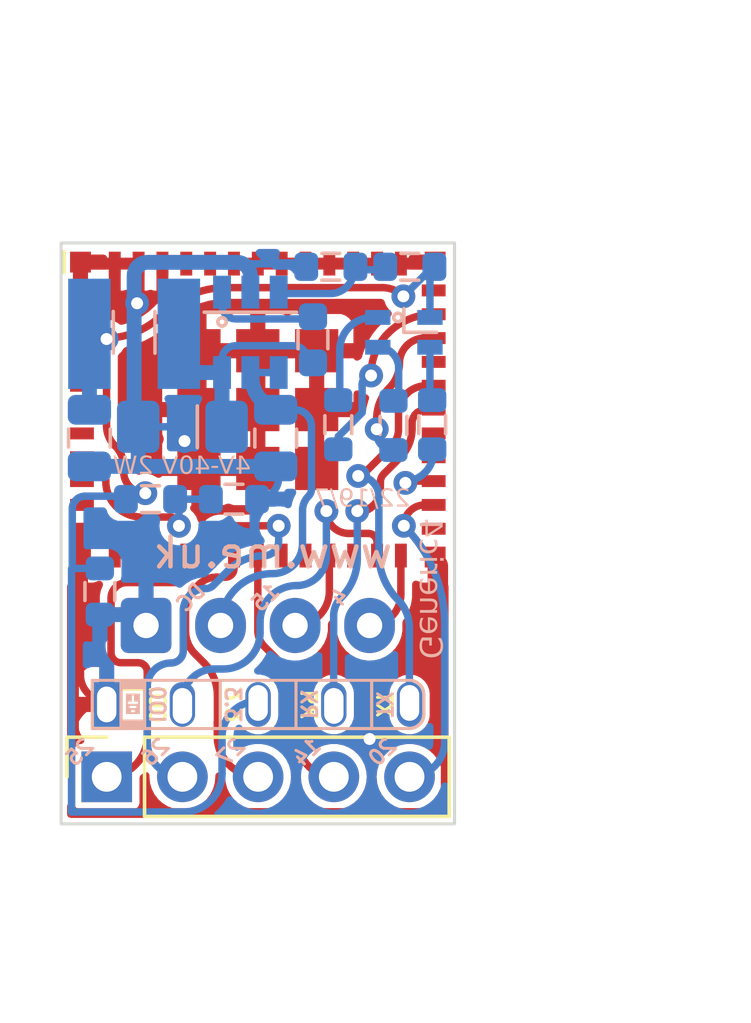
<source format=kicad_pcb>
(kicad_pcb (version 20221018) (generator pcbnew)
  (title_block (title "Generic ESP32-PICO-MINI Module") (rev "1") (company "Adrian Kennard, Andrews & Arnold Ltd"))
  (layers (0 "F.Cu" signal) (31 "B.Cu" signal) (34 "B.Paste" user) (35 "F.Paste" user) (36 "B.SilkS" user "B.Silkscreen") (37 "F.SilkS" user "F.Silkscreen") (38 "B.Mask" user) (39 "F.Mask" user) (44 "Edge.Cuts" user))
  (net 0 "")
  (net 1 "GND")
  (net 2 "TX")
  (net 3 "RX")
  (net 4 "Net-(D1-RK)")
  (net 5 "Net-(D1-GK)")
  (net 6 "Net-(D1-BK)")
  (net 7 "Net-(U3-FB)")
  (net 8 "DC")
  (net 11 "EN")
  (net 14 "IO4")
  (net 17 "IO3")
  (net 18 "IO2")
  (net 20 "IO1")
  (net 25 "GPIO0")
  (net 26 "IO5")
  (net 27 "IO6")
  (net 28 "IO7")
  (net 30 "R")
  (net 31 "G")
  (net 32 "B")
  (net 37 "+3.3V")
  (footprint "RevK:ESP32-PICO-MINI-02" (layer "F.Cu") (at 100 44.19325)
    (fp_text reference "U1" hide)
    (fp_text value "ESP32-PICO-MINI-02")
    (fp_line (start -6.5 -5.3) (end -6.5 -4.6) (stroke (width 0.12)) (layer "F.SilkS"))
    (pad "1" smd rect (at -5.9 -4) (size 0.8 0.4) (layers "F.Cu" "F.Paste" "F.Mask") (net 1 "GND"))
    (pad "2" smd rect (at -5.9 -3.2) (size 0.8 0.4) (layers "F.Cu" "F.Paste" "F.Mask") (net 1 "GND"))
    (pad "3" smd rect (at -5.9 -2.4) (size 0.8 0.4) (layers "F.Cu" "F.Paste" "F.Mask") (net 37 "+3.3V"))
    (pad "4" smd rect (at -5.9 -1.6) (size 0.8 0.4) (layers "F.Cu" "F.Paste" "F.Mask"))
    (pad "5" smd rect (at -5.9 -0.8) (size 0.8 0.4) (layers "F.Cu" "F.Paste" "F.Mask"))
    (pad "6" smd rect (at -5.9 0) (size 0.8 0.4) (layers "F.Cu" "F.Paste" "F.Mask"))
    (pad "7" smd rect (at -5.9 0.8) (size 0.8 0.4) (layers "F.Cu" "F.Paste" "F.Mask"))
    (pad "8" smd rect (at -5.9 1.6) (size 0.8 0.4) (layers "F.Cu" "F.Paste" "F.Mask") (net 11 "EN"))
    (pad "9" smd rect (at -5.9 2.4) (size 0.8 0.4) (layers "F.Cu" "F.Paste" "F.Mask"))
    (pad "10" smd rect (at -5.9 3.2) (size 0.8 0.4) (layers "F.Cu" "F.Paste" "F.Mask"))
    (pad "11" smd rect (at -5.9 4) (size 0.8 0.4) (layers "F.Cu" "F.Paste" "F.Mask") (net 1 "GND"))
    (pad "12" smd rect (at -4.8 4.9) (size 0.4 0.8) (layers "F.Cu" "F.Paste" "F.Mask"))
    (pad "13" smd rect (at -4 4.9) (size 0.4 0.8) (layers "F.Cu" "F.Paste" "F.Mask"))
    (pad "14" smd rect (at -3.2 4.9) (size 0.4 0.8) (layers "F.Cu" "F.Paste" "F.Mask") (net 1 "GND"))
    (pad "15" smd rect (at -2.4 4.9) (size 0.4 0.8) (layers "F.Cu" "F.Paste" "F.Mask") (net 20 "IO1"))
    (pad "16" smd rect (at -1.6 4.9) (size 0.4 0.8) (layers "F.Cu" "F.Paste" "F.Mask") (net 18 "IO2"))
    (pad "17" smd rect (at -0.8 4.9) (size 0.4 0.8) (layers "F.Cu" "F.Paste" "F.Mask") (net 17 "IO3"))
    (pad "18" smd rect (at 0 4.9) (size 0.4 0.8) (layers "F.Cu" "F.Paste" "F.Mask") (net 14 "IO4"))
    (pad "19" smd rect (at 0.8 4.9) (size 0.4 0.8) (layers "F.Cu" "F.Paste" "F.Mask"))
    (pad "20" smd rect (at 1.6 4.9) (size 0.4 0.8) (layers "F.Cu" "F.Paste" "F.Mask"))
    (pad "21" smd rect (at 2.4 4.9) (size 0.4 0.8) (layers "F.Cu" "F.Paste" "F.Mask") (net 27 "IO6"))
    (pad "22" smd rect (at 3.2 4.9) (size 0.4 0.8) (layers "F.Cu" "F.Paste" "F.Mask"))
    (pad "23" smd rect (at 4 4.9) (size 0.4 0.8) (layers "F.Cu" "F.Paste" "F.Mask") (net 25 "GPIO0"))
    (pad "24" smd rect (at 4.8 4.9) (size 0.4 0.8) (layers "F.Cu" "F.Paste" "F.Mask") (net 28 "IO7"))
    (pad "25" smd rect (at 5.9 4) (size 0.8 0.4) (layers "F.Cu" "F.Paste" "F.Mask"))
    (pad "26" smd rect (at 5.9 3.2) (size 0.8 0.4) (layers "F.Cu" "F.Paste" "F.Mask") (net 26 "IO5"))
    (pad "27" smd rect (at 5.9 2.4) (size 0.8 0.4) (layers "F.Cu" "F.Paste" "F.Mask") (net 32 "B"))
    (pad "28" smd rect (at 5.9 1.6) (size 0.8 0.4) (layers "F.Cu" "F.Paste" "F.Mask"))
    (pad "29" smd rect (at 5.9 0.8) (size 0.8 0.4) (layers "F.Cu" "F.Paste" "F.Mask"))
    (pad "30" smd rect (at 5.9 0) (size 0.8 0.4) (layers "F.Cu" "F.Paste" "F.Mask") (net 3 "RX"))
    (pad "31" smd rect (at 5.9 -0.8) (size 0.8 0.4) (layers "F.Cu" "F.Paste" "F.Mask") (net 2 "TX"))
    (pad "32" smd rect (at 5.9 -1.6) (size 0.8 0.4) (layers "F.Cu" "F.Paste" "F.Mask"))
    (pad "33" smd rect (at 5.9 -2.4) (size 0.8 0.4) (layers "F.Cu" "F.Paste" "F.Mask") (net 31 "G"))
    (pad "34" smd rect (at 5.9 -3.2) (size 0.8 0.4) (layers "F.Cu" "F.Paste" "F.Mask") (net 30 "R"))
    (pad "35" smd rect (at 5.9 -4) (size 0.8 0.4) (layers "F.Cu" "F.Paste" "F.Mask"))
    (pad "36" smd rect (at 4.8 -4.9) (size 0.4 0.8) (layers "F.Cu" "F.Paste" "F.Mask") (net 1 "GND"))
    (pad "37" smd rect (at 4 -4.9) (size 0.4 0.8) (layers "F.Cu" "F.Paste" "F.Mask") (net 1 "GND"))
    (pad "38" smd rect (at 3.2 -4.9) (size 0.4 0.8) (layers "F.Cu" "F.Paste" "F.Mask") (net 1 "GND"))
    (pad "39" smd rect (at 2.4 -4.9) (size 0.4 0.8) (layers "F.Cu" "F.Paste" "F.Mask") (net 1 "GND"))
    (pad "40" smd rect (at 1.6 -4.9) (size 0.4 0.8) (layers "F.Cu" "F.Paste" "F.Mask") (net 1 "GND"))
    (pad "41" smd rect (at 0.8 -4.9) (size 0.4 0.8) (layers "F.Cu" "F.Paste" "F.Mask") (net 1 "GND"))
    (pad "42" smd rect (at 0 -4.9) (size 0.4 0.8) (layers "F.Cu" "F.Paste" "F.Mask") (net 1 "GND"))
    (pad "43" smd rect (at -0.8 -4.9) (size 0.4 0.8) (layers "F.Cu" "F.Paste" "F.Mask") (net 1 "GND"))
    (pad "44" smd rect (at -1.6 -4.9) (size 0.4 0.8) (layers "F.Cu" "F.Paste" "F.Mask") (net 1 "GND"))
    (pad "45" smd rect (at -2.4 -4.9) (size 0.4 0.8) (layers "F.Cu" "F.Paste" "F.Mask") (net 1 "GND"))
    (pad "46" smd rect (at -3.2 -4.9) (size 0.4 0.8) (layers "F.Cu" "F.Paste" "F.Mask") (net 1 "GND"))
    (pad "47" smd rect (at -4 -4.9) (size 0.4 0.8) (layers "F.Cu" "F.Paste" "F.Mask") (net 1 "GND"))
    (pad "48" smd rect (at -4.8 -4.9) (size 0.4 0.8) (layers "F.Cu" "F.Paste" "F.Mask") (net 1 "GND"))
    (pad "49" smd roundrect (at -1.975 -1.975) (size 1.45 1.45) (layers "F.Cu" "F.Paste" "F.Mask") (roundrect_rratio 0) (chamfer_ratio 0.41) (chamfer top_left) (net 1 "GND"))
    (pad "49" smd rect (at -1.975 0) (size 1.45 1.45) (layers "F.Cu" "F.Paste" "F.Mask") (net 1 "GND"))
    (pad "49" smd rect (at -1.975 1.975) (size 1.45 1.45) (layers "F.Cu" "F.Paste" "F.Mask") (net 1 "GND"))
    (pad "49" smd rect (at 0 -1.975) (size 1.45 1.45) (layers "F.Cu" "F.Paste" "F.Mask") (net 1 "GND"))
    (pad "49" smd rect (at 0 0) (size 1.45 1.45) (layers "F.Cu" "F.Paste" "F.Mask") (net 1 "GND"))
    (pad "49" smd rect (at 0 1.975) (size 1.45 1.45) (layers "F.Cu" "F.Paste" "F.Mask") (net 1 "GND"))
    (pad "49" smd rect (at 1.975 -1.975) (size 1.45 1.45) (layers "F.Cu" "F.Paste" "F.Mask") (net 1 "GND"))
    (pad "49" smd rect (at 1.975 0) (size 1.45 1.45) (layers "F.Cu" "F.Paste" "F.Mask") (net 1 "GND"))
    (pad "49" smd rect (at 1.975 1.975) (size 1.45 1.45) (layers "F.Cu" "F.Paste" "F.Mask") (net 1 "GND"))
    (pad "50" smd rect (at 5.95 -4.95) (size 0.7 0.7) (layers "F.Cu" "F.Paste" "F.Mask") (net 1 "GND"))
    (pad "51" smd rect (at 5.95 4.95) (size 0.7 0.7) (layers "F.Cu" "F.Paste" "F.Mask") (net 1 "GND"))
    (pad "52" smd rect (at -5.95 4.95) (size 0.7 0.7) (layers "F.Cu" "F.Paste" "F.Mask") (net 1 "GND"))
    (pad "53" smd rect (at -5.95 -4.95) (size 0.7 0.7) (layers "F.Cu" "F.Paste" "F.Mask") (net 1 "GND"))
    (zone (net 0) (net_name "") (layer "F.Cu") (connect_pads (clearance 0)) (min_thickness 0.01)
      (keepout (tracks not_allowed) (vias not_allowed) (pads not_allowed) (copperpour not_allowed) (footprints allowed))
      (fill (thermal_gap 0.508) (thermal_bridge_width 0.508))
      (polygon (pts (xy 93.4 33.19325) (xy 106.6 33.19325) (xy 106.6 38.59325) (xy 93.4 38.59325)))
    )
    (zone (net 0) (net_name "") (layer "B.Cu") (connect_pads (clearance 0)) (min_thickness 0.01)
      (keepout (tracks not_allowed) (vias not_allowed) (pads not_allowed) (copperpour not_allowed) (footprints allowed))
      (fill (thermal_gap 0.508) (thermal_bridge_width 0.508))
      (polygon (pts (xy 93.4 33.19325) (xy 106.6 33.19325) (xy 106.6 38.59325) (xy 93.4 38.59325)))
    )
  )
  (footprint "RevK:Molex_MiniSPOX_H4RA" (layer "F.Cu") (at 100 51.44)
    (fp_text reference "J2" hide)
    (fp_text value "SPOX")
    (pad "1" thru_hole roundrect (at -3.75 0) (size 1.7 1.85) (drill 0.85) (layers "*.Cu" "*.Mask") (roundrect_rratio 0.1470588235) (net 1 "GND"))
    (pad "2" thru_hole oval (at -1.25 0) (size 1.7 1.85) (drill 0.85) (layers "*.Cu" "*.Mask") (net 8 "DC"))
    (pad "3" thru_hole oval (at 1.25 0) (size 1.7 1.85) (drill 0.85) (layers "*.Cu" "*.Mask") (net 27 "IO6"))
    (pad "4" thru_hole oval (at 3.75 0) (size 1.7 1.85) (drill 0.85) (layers "*.Cu" "*.Mask") (net 28 "IO7"))
  )
  (footprint "Connector_PinSocket_2.54mm:PinSocket_1x05_P2.54mm_Vertical" (layer "F.Cu") (at 94.93 56.52 90)
    (fp_text reference "J3" hide)
    (fp_text value "Conn_01x05")
    (fp_line (start -1.33 1.27) (end -1.33 11.49) (stroke (width 0.12)) (layer "F.SilkS"))
    (fp_line (start -1.33 1.27) (end 1.33 1.27) (stroke (width 0.12)) (layer "F.SilkS"))
    (fp_line (start -1.33 11.49) (end 1.33 11.49) (stroke (width 0.12)) (layer "F.SilkS"))
    (fp_line (start 0 -1.33) (end 1.33 -1.33) (stroke (width 0.12)) (layer "F.SilkS"))
    (fp_line (start 1.33 -1.33) (end 1.33 0) (stroke (width 0.12)) (layer "F.SilkS"))
    (fp_line (start 1.33 1.27) (end 1.33 11.49) (stroke (width 0.12)) (layer "F.SilkS"))
    (pad "1" thru_hole rect (at 0 0 90) (size 1.7 1.7) (drill 1) (layers "*.Cu" "*.Mask") (net 20 "IO1"))
    (pad "2" thru_hole oval (at 0 2.54 90) (size 1.7 1.7) (drill 1) (layers "*.Cu" "*.Mask") (net 18 "IO2"))
    (pad "3" thru_hole oval (at 0 5.08 90) (size 1.7 1.7) (drill 1) (layers "*.Cu" "*.Mask") (net 17 "IO3"))
    (pad "4" thru_hole oval (at 0 7.62 90) (size 1.7 1.7) (drill 1) (layers "*.Cu" "*.Mask") (net 14 "IO4"))
    (pad "5" thru_hole oval (at 0 10.16 90) (size 1.7 1.7) (drill 1) (layers "*.Cu" "*.Mask") (net 26 "IO5"))
  )
  (footprint "RevK:L_4x4_" (layer "B.Cu") (at 95.85 41.6 180)
    (fp_text reference "L2" hide)
    (fp_text value "6.8uH")
    (fp_line (start -0.7 0.7) (end -0.7 -0.7) (stroke (width 0.12)) (layer "B.SilkS"))
    (fp_line (start 0.7 0.7) (end 0.7 -0.7) (stroke (width 0.12)) (layer "B.SilkS"))
  )
  (footprint "RevK:C_0805_" (layer "B.Cu") (at 94.35 45.15 -90)
    (fp_text reference "C8" hide)
    (fp_text value "10uF")
    (fp_line (start -0.3 -0.7) (end 0.3 -0.7) (stroke (width 0.12)) (layer "B.SilkS"))
    (fp_line (start -0.3 0.7) (end 0.3 0.7) (stroke (width 0.12)) (layer "B.SilkS"))
  )
  (footprint "RevK:R_0603" (layer "B.Cu") (at 104.55 44.725 -90)
    (fp_text reference "R2" hide)
    (fp_text value "2K")
    (fp_line (start -0.3 -0.45) (end 0.3 -0.45) (stroke (width 0.12)) (layer "B.SilkS"))
    (fp_line (start -0.3 0.45) (end 0.3 0.45) (stroke (width 0.12)) (layer "B.SilkS"))
    (pad "1" smd roundrect (at -0.825 0 270) (size 0.8 0.95) (layers "B.Cu" "B.Paste" "B.Mask") (net 5 "Net-(D1-GK)"))
    (pad "2" smd roundrect (at 0.825 0 270) (size 0.8 0.95) (layers "B.Cu" "B.Paste" "B.Mask") (net 31 "G"))
  )
  (footprint "RevK:C_0805_" (layer "B.Cu") (at 100.6 45.15 -90)
    (fp_text reference "C7" hide)
    (fp_text value "2.2uF")
    (fp_line (start -0.3 -0.7) (end 0.3 -0.7) (stroke (width 0.12)) (layer "B.SilkS"))
    (fp_line (start -0.3 0.7) (end 0.3 0.7) (stroke (width 0.12)) (layer "B.SilkS"))
  )
  (footprint "RevK:C_0603" (layer "B.Cu") (at 99.2 47.2 180)
    (fp_text reference "C1" hide)
    (fp_text value "1uF")
    (fp_line (start -0.3 -0.5) (end 0.3 -0.5) (stroke (width 0.12)) (layer "B.SilkS"))
    (fp_line (start -0.3 0.5) (end 0.3 0.5) (stroke (width 0.12)) (layer "B.SilkS"))
    (pad "1" smd roundrect (at -0.775 0 180) (size 0.8 0.95) (layers "B.Cu" "B.Paste" "B.Mask") (net 1 "GND"))
    (pad "2" smd roundrect (at 0.775 0 180) (size 0.8 0.95) (layers "B.Cu" "B.Paste" "B.Mask") (net 11 "EN"))
  )
  (footprint "RevK:R_0603" (layer "B.Cu") (at 105.1 39.4 180)
    (fp_text reference "R7" hide)
    (fp_text value "100k 1%")
    (fp_line (start -0.3 -0.45) (end 0.3 -0.45) (stroke (width 0.12)) (layer "B.SilkS"))
    (fp_line (start -0.3 0.45) (end 0.3 0.45) (stroke (width 0.12)) (layer "B.SilkS"))
    (pad "1" smd roundrect (at -0.825 0 180) (size 0.8 0.95) (layers "B.Cu" "B.Paste" "B.Mask") (net 37 "+3.3V"))
    (pad "2" smd roundrect (at 0.825 0 180) (size 0.8 0.95) (layers "B.Cu" "B.Paste" "B.Mask") (net 7 "Net-(U3-FB)"))
  )
  (footprint "RevK:C_0603_" (layer "B.Cu") (at 101.85 41.85 90)
    (fp_text reference "C6" hide)
    (fp_text value "100nF")
    (fp_line (start -0.3 -0.5) (end 0.3 -0.5) (stroke (width 0.12)) (layer "B.SilkS"))
    (fp_line (start -0.3 0.5) (end 0.3 0.5) (stroke (width 0.12)) (layer "B.SilkS"))
  )
  (footprint "RevK:Shelly" (layer "B.Cu") (at 100.01 54.09 180)
    (fp_text reference "J1" hide)
    (fp_text value "Shelly" hide)
    (fp_text user "TX" (at -4.23 0 270 unlocked) (layer "B.SilkS") (effects (font (size 0.5 0.5) (thickness 0.1) bold) (justify mirror)))
    (fp_text user "⏚" (at 4.2 0 unlocked) (layer "B.SilkS" knockout) (effects (font (size 0.5 0.3) (thickness 0.075) bold) (justify mirror)))
    (fp_text user "RX" (at -1.69 0 270 unlocked) (layer "B.SilkS") (effects (font (size 0.5 0.5) (thickness 0.1) bold) (justify mirror)))
    (fp_text user "3.3" (at 0.85 0 270 unlocked) (layer "B.SilkS") (effects (font (size 0.5 0.5) (thickness 0.1) bold) (justify mirror)))
    (fp_text user "IO0" (at 3.39 0 270 unlocked) (layer "B.SilkS") (effects (font (size 0.5 0.5) (thickness 0.1) bold) (justify mirror)))
    (fp_text user "RX" (at -1.69 0 270 unlocked) (layer "F.SilkS") (effects (font (size 0.5 0.5) (thickness 0.1) bold)))
    (fp_text user "3.3" (at 0.85 0 270 unlocked) (layer "F.SilkS") (effects (font (size 0.5 0.5) (thickness 0.1) bold)))
    (fp_text user "TX" (at -4.23 0 270 unlocked) (layer "F.SilkS") (effects (font (size 0.5 0.5) (thickness 0.1) bold)))
    (fp_text user "IO0" (at 3.39 0 270 unlocked) (layer "F.SilkS") (effects (font (size 0.5 0.5) (thickness 0.1) bold)))
    (fp_text user "⏚" (at 4.2 0 unlocked) (layer "F.SilkS" knockout) (effects (font (size 0.5 0.3) (thickness 0.075) bold)))
    (fp_line (start -5.565 0.33) (end -5.565 -0.33) (stroke (width 0.1)) (layer "B.SilkS"))
    (fp_line (start -5.08 0.81) (end 5.565 0.81) (stroke (width 0.1)) (layer "B.SilkS"))
    (fp_line (start -3.81 -0.81) (end -3.81 0.81) (stroke (width 0.1)) (layer "B.SilkS"))
    (fp_line (start -1.27 -0.81) (end -1.27 0.81) (stroke (width 0.1)) (layer "B.SilkS"))
    (fp_line (start 1.27 -0.81) (end 1.27 0.81) (stroke (width 0.1)) (layer "B.SilkS"))
    (fp_line (start 3.81 -0.81) (end 3.81 0.81) (stroke (width 0.1)) (layer "B.SilkS"))
    (fp_line (start 4.595 -0.81) (end 4.595 0.81) (stroke (width 0.1)) (layer "B.SilkS"))
    (fp_line (start 5.565 -0.81) (end -5.08 -0.81) (stroke (width 0.1)) (layer "B.SilkS"))
    (fp_line (start 5.565 0.81) (end 5.565 -0.81) (stroke (width 0.1)) (layer "B.SilkS"))
    (fp_rect (start 3.81 0.81) (end 4.572 0.5588) (stroke (width 0.1)) (fill solid) (layer "B.SilkS"))
    (fp_rect (start 3.833 -0.5588) (end 4.595 -0.81) (stroke (width 0.1)) (fill solid) (layer "B.SilkS"))
    (fp_arc (start -5.565 -0.33) (mid -5.421911 -0.670447) (end -5.08 -0.81) (stroke (width 0.1)) (layer "B.SilkS"))
    (fp_arc (start -5.08 0.81) (mid -5.421911 0.670447) (end -5.565 0.33) (stroke (width 0.1)) (layer "B.SilkS"))
    (fp_line (start -5.565 -0.33) (end -5.565 0.33) (stroke (width 0.1)) (layer "F.SilkS"))
    (fp_line (start -5.08 -0.81) (end 5.565 -0.81) (stroke (width 0.1)) (layer "F.SilkS"))
    (fp_line (start -3.81 -0.81) (end -3.81 0.81) (stroke (width 0.1)) (layer "F.SilkS"))
    (fp_line (start -1.27 -0.81) (end -1.27 0.81) (stroke (width 0.1)) (layer "F.SilkS"))
    (fp_line (start 1.27 -0.81) (end 1.27 0.81) (stroke (width 0.1)) (layer "F.SilkS"))
    (fp_line (start 3.81 -0.81) (end 3.81 0.81) (stroke (width 0.1)) (layer "F.SilkS"))
    (fp_line (start 3.81 -0.81) (end 3.81 0.81) (stroke (width 0.1)) (layer "F.SilkS"))
    (fp_line (start 4.595 -0.81) (end 4.595 0.81) (stroke (width 0.1)) (layer "F.SilkS"))
    (fp_line (start 5.565 -0.81) (end 5.565 0.81) (stroke (width 0.1)) (layer "F.SilkS"))
    (fp_line (start 5.565 0.81) (end -5.08 0.81) (stroke (width 0.1)) (layer "F.SilkS"))
    (fp_rect (start 4.572 -0.5588) (end 3.81 -0.81) (stroke (width 0.1)) (fill solid) (layer "F.SilkS"))
    (fp_rect (start 4.595 0.81) (end 3.833 0.508) (stroke (width 0.1)) (fill solid) (layer "F.SilkS"))
    (fp_arc (start -5.565 -0.33) (mid -5.421911 -0.670447) (end -5.08 -0.81) (stroke (width 0.1)) (layer "F.SilkS"))
    (fp_arc (start -5.08 0.81) (mid -5.421911 0.670447) (end -5.565 0.33) (stroke (width 0.1)) (layer "F.SilkS"))
    (pad "1" thru_hole rect (at 5.08 0 270) (size 1.5 0.85) (drill oval 1.2 0.65) (layers "*.Cu" "*.Mask") (net 1 "GND"))
    (pad "2" thru_hole oval (at 2.54 -0.05 270) (size 1.5 0.85) (drill oval 1.2 0.65 (offset -0.05 0)) (layers "*.Cu" "*.Mask") (net 25 "GPIO0"))
    (pad "3" thru_hole oval (at 0 0.05 270) (size 1.5 0.85) (drill oval 1.2 0.65 (offset 0.05 0)) (layers "*.Cu" "*.Mask") (net 37 "+3.3V"))
    (pad "4" thru_hole oval (at -2.54 -0.05 270) (size 1.5 0.85) (drill oval 1.2 0.65 (offset -0.05 0)) (layers "*.Cu" "*.Mask") (net 3 "RX"))
    (pad "5" thru_hole oval (at -5.08 0.05 270) (size 1.5 0.85) (drill oval 1.2 0.65 (offset 0.05 0)) (layers "*.Cu" "*.Mask") (net 2 "TX"))
  )
  (footprint "RevK:R_0603" (layer "B.Cu") (at 102.7 44.7 -90)
    (fp_text reference "R1" hide)
    (fp_text value "680R")
    (fp_line (start -0.3 -0.45) (end 0.3 -0.45) (stroke (width 0.12)) (layer "B.SilkS"))
    (fp_line (start -0.3 0.45) (end 0.3 0.45) (stroke (width 0.12)) (layer "B.SilkS"))
    (pad "1" smd roundrect (at -0.825 0 270) (size 0.8 0.95) (layers "B.Cu" "B.Paste" "B.Mask") (net 4 "Net-(D1-RK)"))
    (pad "2" smd roundrect (at 0.825 0 270) (size 0.8 0.95) (layers "B.Cu" "B.Paste" "B.Mask") (net 30 "R"))
  )
  (footprint "RevK:R_0603" (layer "B.Cu") (at 105.85 44.7 -90)
    (fp_text reference "R3" hide)
    (fp_text value "220R")
    (fp_line (start -0.3 -0.45) (end 0.3 -0.45) (stroke (width 0.12)) (layer "B.SilkS"))
    (fp_line (start -0.3 0.45) (end 0.3 0.45) (stroke (width 0.12)) (layer "B.SilkS"))
    (pad "1" smd roundrect (at -0.825 0 270) (size 0.8 0.95) (layers "B.Cu" "B.Paste" "B.Mask") (net 6 "Net-(D1-BK)"))
    (pad "2" smd roundrect (at 0.825 0 270) (size 0.8 0.95) (layers "B.Cu" "B.Paste" "B.Mask") (net 32 "B"))
  )
  (footprint "RevK:R_0603" (layer "B.Cu") (at 96.4 47.2)
    (fp_text reference "R4" hide)
    (fp_text value "10K")
    (fp_line (start -0.3 -0.45) (end 0.3 -0.45) (stroke (width 0.12)) (layer "B.SilkS"))
    (fp_line (start -0.3 0.45) (end 0.3 0.45) (stroke (width 0.12)) (layer "B.SilkS"))
    (pad "1" smd roundrect (at -0.825 0) (size 0.8 0.95) (layers "B.Cu" "B.Paste" "B.Mask") (net 37 "+3.3V"))
    (pad "2" smd roundrect (at 0.825 0) (size 0.8 0.95) (layers "B.Cu" "B.Paste" "B.Mask") (net 11 "EN"))
  )
  (footprint "RevK:R_0603" (layer "B.Cu") (at 102.45 39.4)
    (fp_text reference "R8" hide)
    (fp_text value "30k 1%")
    (fp_line (start -0.3 -0.45) (end 0.3 -0.45) (stroke (width 0.12)) (layer "B.SilkS"))
    (fp_line (start -0.3 0.45) (end 0.3 0.45) (stroke (width 0.12)) (layer "B.SilkS"))
    (pad "1" smd roundrect (at -0.825 0) (size 0.8 0.95) (layers "B.Cu" "B.Paste" "B.Mask") (net 1 "GND"))
    (pad "2" smd roundrect (at 0.825 0) (size 0.8 0.95) (layers "B.Cu" "B.Paste" "B.Mask") (net 7 "Net-(U3-FB)"))
  )
  (footprint "RevK:LED-RGB-1.6x1.6" (layer "B.Cu") (at 104.9 41.6)
    (fp_text reference "D1" hide)
    (fp_text value "RGB")
    (fp_line (start 0 0) (end 0 -0.8) (stroke (width 0.12)) (layer "B.SilkS"))
    (fp_line (start 1.1 0) (end 0 0) (stroke (width 0.12)) (layer "B.SilkS"))
    (fp_circle (center -0.2 -0.5) (end -0.3 -0.6) (stroke (width 0.12)) (fill none) (layer "B.SilkS"))
    (pad "1" smd rect (at 0.875 -0.5) (size 0.85 0.5) (layers "B.Cu" "B.Paste" "B.Mask") (net 37 "+3.3V"))
    (pad "2" smd rect (at -0.875 -0.5) (size 0.85 0.5) (layers "B.Cu" "B.Paste" "B.Mask") (net 4 "Net-(D1-RK)"))
    (pad "3" smd rect (at -0.875 0.5) (size 0.85 0.5) (layers "B.Cu" "B.Paste" "B.Mask") (net 5 "Net-(D1-GK)"))
    (pad "4" smd rect (at 0.875 0.5) (size 0.85 0.5) (layers "B.Cu" "B.Paste" "B.Mask") (net 6 "Net-(D1-BK)"))
  )
  (footprint "RevK:C_0603" (layer "B.Cu") (at 94.7 50.3 -90)
    (fp_text reference "C5" hide)
    (fp_text value "100nF")
    (fp_line (start -0.3 -0.5) (end 0.3 -0.5) (stroke (width 0.12)) (layer "B.SilkS"))
    (fp_line (start -0.3 0.5) (end 0.3 0.5) (stroke (width 0.12)) (layer "B.SilkS"))
    (pad "1" smd roundrect (at -0.775 0 270) (size 0.8 0.95) (layers "B.Cu" "B.Paste" "B.Mask") (net 37 "+3.3V"))
    (pad "2" smd roundrect (at 0.775 0 270) (size 0.8 0.95) (layers "B.Cu" "B.Paste" "B.Mask") (net 1 "GND"))
  )
  (footprint "RevK:SOT-23-Thin-6-Reg" (layer "B.Cu") (at 99.75 41.6 180)
    (fp_text reference "U3" hide)
    (fp_text value "LMR16006YDDCR")
    (fp_text user "4V-40V 2W" (at 2.3 -4.5 unlocked) (layer "B.SilkS") (effects (font (size 0.6 0.6) (thickness 0.125)) (justify mirror)))
    (fp_line (start -1.55 0.675) (end 1.55 0.675) (stroke (width 0.12)) (layer "B.SilkS"))
    (fp_circle (center 0.95 0.35) (end 1.05 0.25) (stroke (width 0.12)) (fill none) (layer "B.SilkS"))
    (pad "1" smd roundrect (at -2.1 0.525 90) (size 0.9 0.95) (layers "B.Cu" "B.Paste" "B.Mask") (clearance 0.2))
    (pad "1" smd custom (at -0.8 0.45 180) (size 2.6 0.25) (layers "B.Cu") (clearance 0.2) (options (clearance outline) (anchor rect)) (primitives (gr_arc (start 1.3 0) (mid 1.618198 0.131802) (end 1.75 0.45) (width 0.25))))
    (pad "1" smd rect (at 0.95 1.35 90) (size 1.1 0.6) (layers "B.Cu" "B.Paste" "B.Mask") (clearance 0.2))
    (pad "2" smd custom (at -1.1 -4.5 180) (size 0.1 0.1) (layers "B.Cu") (net 1 "GND") (clearance 0.2) (options (clearance outline) (anchor rect)) (primitives (gr_line (start 6.6 0) (end 0 0) (width 0.4999)) (gr_line (start 4.8625 1.6) (end 4.8625 0) (width 0.4999)) (gr_line (start 5 6.4) (end 5 1.6) (width 0.4999)) (gr_arc (start 5 6.4) (mid 4.868198 6.718198) (end 4.55 6.85) (width 0.4999)) (gr_line (start 1.55 6.85) (end 4.55 6.85) (width 0.4999)) (gr_arc (start 1.55 6.85) (mid 1.231802 6.718198) (end 1.1 6.4) (width 0.4999)) (gr_line (start 1.1 5.9) (end 1.1 6.4) (width 0.4999))))
    (pad "2" smd roundrect (at -0.85 -4.5 270) (size 1 1.45) (layers "B.Cu" "B.Paste" "B.Mask") (net 1 "GND"))
    (pad "2" smd rect (at 0 1.35 90) (size 1.1 0.6) (layers "B.Cu" "B.Paste" "B.Mask") (net 1 "GND") (clearance 0.2))
    (pad "2" smd roundrect (at 3.7625 -3.17 180) (size 1.425 1.75) (layers "B.Cu" "B.Paste" "B.Mask") (roundrect_rratio 0.175) (net 1 "GND") (clearance 0.2))
    (pad "2" smd roundrect (at 5.4 -4.5 270) (size 1 1.45) (layers "B.Cu" "B.Paste" "B.Mask") (net 1 "GND"))
    (pad "3" smd rect (at -0.95 1.35 90) (size 1.1 0.6) (layers "B.Cu" "B.Paste" "B.Mask") (net 7 "Net-(U3-FB)") (clearance 0.2))
    (pad "4" smd rect (at -0.95 -1.35 90) (size 1.1 0.6) (layers "B.Cu" "B.Paste" "B.Mask") (net 8 "DC") (clearance 0.2))
    (pad "5" smd custom (at -1.06 -2.55 180) (size 0.1 0.1) (layers "B.Cu") (net 8 "DC") (options (clearance outline) (anchor rect)) (primitives (gr_arc (start 0.001745 0.000002) (mid 0.707723 0.293511) (end 1 1) (width 0.5))))
    (pad "5" smd roundrect (at -0.85 -2.6 270) (size 1 1.45) (layers "B.Cu" "B.Paste" "B.Mask") (net 8 "DC") (clearance 0.2))
    (pad "5" smd rect (at 0 -1.35 90) (size 1.1 0.6) (layers "B.Cu" "B.Paste" "B.Mask") (net 8 "DC") (clearance 0.2))
    (pad "6" smd roundrect (at -2.1 -1.025 90) (size 0.9 0.95) (layers "B.Cu" "B.Paste" "B.Mask") (clearance 0.2))
    (pad "6" smd custom (at -0.475 -0.45 180) (size 1.95 0.25) (layers "B.Cu") (clearance 0.2) (options (clearance outline) (anchor rect)) (primitives (gr_arc (start 1.425 -0.45) (mid 1.293198 -0.131802) (end 0.975 0) (width 0.25)) (gr_arc (start -0.975 0) (mid -1.293198 -0.131802) (end -1.425 -0.45) (width 0.25))))
    (pad "6" smd roundrect (at 0.7975 -3.17 180) (size 1.425 1.75) (layers "B.Cu" "B.Paste" "B.Mask") (roundrect_rratio 0.175) (clearance 0.2))
    (pad "6" smd rect (at 0.95 -2.3 90) (size 2 0.5) (layers "B.Cu") (clearance 0.2))
    (pad "6" smd rect (at 0.95 -1.35 90) (size 1.1 0.6) (layers "B.Cu" "B.Paste" "B.Mask") (clearance 0.2))
    (pad "6" smd rect (at 1.9 -1.35 180) (size 2 0.5) (layers "B.Cu") (clearance 0.2))
    (pad "6" smd rect (at 2.4 -0.05 90) (size 3.7 1.425) (layers "B.Cu" "B.Mask") (clearance 0.2))
    (pad "7" smd roundrect (at 5.4 -2.6 270) (size 1 1.45) (layers "B.Cu" "B.Paste" "B.Mask") (net 37 "+3.3V") (clearance 0.2))
    (pad "7" smd rect (at 5.4 -0.8 180) (size 0.5 4) (layers "B.Cu") (net 37 "+3.3V"))
    (pad "7" smd rect (at 5.4 -0.05 90) (size 3.7 1.425) (layers "B.Cu" "B.Mask") (net 37 "+3.3V"))
  )
  (footprint "RevK:D_1206_" (layer "B.Cu") (at 97.47 44.77 180)
    (fp_text reference "D3" hide)
    (fp_text value "Schottky")
    (fp_line (start -0.5 0.7) (end -0.5 -0.7) (stroke (width 0.12)) (layer "B.SilkS"))
  )
  (gr_line (start 106.6 38.6) (end 106.6 58.1) (stroke (width 0.1)) (layer "Edge.Cuts"))
  (gr_line (start 106.6 58.1) (end 93.4 58.1) (stroke (width 0.1)) (layer "Edge.Cuts"))
  (gr_line (start 93.4 58.1) (end 93.4 38.6) (stroke (width 0.1)) (layer "Edge.Cuts"))
  (gr_line (start 93.4 38.6) (end 106.6 38.6) (stroke (width 0.1)) (layer "Edge.Cuts"))
  (gr_text "27" (at 99.1 55.69 45) (layer "B.SilkS") (effects (font (size 0.5 0.5) (thickness 0.1)) (justify mirror)))
  (gr_text "DC" (at 97.75 50.5 45) (layer "B.SilkS") (effects (font (size 0.5 0.5) (thickness 0.1)) (justify mirror)))
  (gr_text "14" (at 101.64 55.69 45) (layer "B.SilkS") (effects (font (size 0.5 0.5) (thickness 0.1)) (justify mirror)))
  (gr_text "26" (at 96.56 55.69 45) (layer "B.SilkS") (effects (font (size 0.5 0.5) (thickness 0.1)) (justify mirror)))
  (gr_text "Generic4" (at 105.75 50.2 270) (layer "B.SilkS") (effects (font (size 0.75 0.75) (thickness 0.1)) (justify mirror)))
  (gr_text "22/19/7" (at 103.5 47.2) (layer "B.SilkS") (effects (font (size 0.6 0.6) (thickness 0.08)) (justify mirror)))
  (gr_text "25" (at 94.02 55.69 45) (layer "B.SilkS") (effects (font (size 0.5 0.5) (thickness 0.1)) (justify mirror)))
  (gr_text "4" (at 102.75 50.5 45) (layer "B.SilkS") (effects (font (size 0.5 0.5) (thickness 0.1)) (justify mirror)))
  (gr_text "20" (at 104.18 55.69 45) (layer "B.SilkS") (effects (font (size 0.5 0.5) (thickness 0.1)) (justify mirror)))
  (gr_text "www.me.uk" (at 100.5 49) (layer "B.SilkS") (effects (font (size 1 1)) (justify mirror)))
  (gr_text "15" (at 100.25 50.5 45) (layer "B.SilkS") (effects (font (size 0.5 0.5) (thickness 0.1)) (justify mirror)))
  (segment (start 93.750489 57.694511) (end 93.750489 55.154511) (width 0.25) (layer "F.Cu") (net 1))
  (segment (start 106.259511 52.389511) (end 106.264511 52.394511) (width 0.25) (layer "F.Cu") (net 1))
  (segment (start 106.259511 49.452761) (end 106.259511 52.389511) (width 0.25) (layer "F.Cu") (net 1))
  (segment (start 96.8 49.09325) (end 96.8 49) (width 0.25) (layer "F.Cu") (net 1))
  (segment (start 106.264511 52.394511) (end 106.264511 57.694511) (width 0.25) (layer "F.Cu") (net 1))
  (segment (start 94.05 53.105) (end 94.05 49.14325) (width 0.25) (layer "F.Cu") (net 1))
  (segment (start 106.264511 57.694511) (end 93.750489 57.694511) (width 0.25) (layer "F.Cu") (net 1))
  (segment (start 96.1 48.3) (end 94.89325 48.3) (width 0.25) (layer "F.Cu") (net 1))
  (via (at 97.5405 45.25) (size 0.8) (drill 0.4) (layers "F.Cu" "B.Cu") (net 1))
  (via (at 103.75 55.25) (size 0.8) (drill 0.4) (layers "F.Cu" "B.Cu") (net 1))
  (via (at 95.95 40.625) (size 0.8) (drill 0.4) (layers "F.Cu" "B.Cu") (net 1))
  (arc (start 94.89325 48.3) (mid 94.296982 48.546982) (end 94.05 49.14325) (width 0.25) (layer "F.Cu") (net 1))
  (arc (start 94.925 53.98) (mid 94.306282 53.723718) (end 94.05 53.105) (width 0.25) (layer "F.Cu") (net 1))
  (arc (start 96.8 49) (mid 96.594975 48.505025) (end 96.1 48.3) (width 0.25) (layer "F.Cu") (net 1))
  (arc (start 93.750489 55.154511) (mid 94.094495 54.324006) (end 94.925 53.98) (width 0.25) (layer "F.Cu") (net 1))
  (arc (start 105.95 49.14325) (mid 106.168857 49.233904) (end 106.259511 49.452761) (width 0.25) (layer "F.Cu") (net 1))
  (segment (start 99.65 39.45) (end 99.65 40.25) (width 0.25) (layer "B.Cu") (net 1))
  (segment (start 94.7 51.075) (end 95.885 51.075) (width 0.5) (layer "B.Cu") (net 1))
  (segment (start 101.575 39.5) (end 101.375 39.3) (width 0.25) (layer "B.Cu") (net 1))
  (segment (start 101.375 39.3) (end 99.8 39.3) (width 0.25) (layer "B.Cu") (net 1))
  (segment (start 95.8875 44.77) (end 97.0605 44.77) (width 0.25) (layer "B.Cu") (net 1))
  (segment (start 95.885 51.075) (end 96.25 51.44) (width 0.5) (layer "B.Cu") (net 1))
  (segment (start 100.7 46.1) (end 100.7 46.475) (width 0.25) (layer "B.Cu") (net 1))
  (arc (start 100.7 46.475) (mid 100.487652 46.987652) (end 99.975 47.2) (width 0.25) (layer "B.Cu") (net 1))
  (arc (start 97.0605 44.77) (mid 97.399911 44.910589) (end 97.5405 45.25) (width 0.25) (layer "B.Cu") (net 1))
  (arc (start 99.8 39.3) (mid 99.693934 39.343934) (end 99.65 39.45) (width 0.25) (layer "B.Cu") (net 1))
  (segment (start 104.720562 44.320562) (end 104.720562 44.850573) (width 0.25) (layer "F.Cu") (net 2))
  (segment (start 103.479156 46.421273) (end 104.487715 45.412715) (width 0.25) (layer "F.Cu") (net 2))
  (segment (start 103.367943 46.421273) (end 103.479156 46.421273) (width 0.25) (layer "F.Cu") (net 2))
  (segment (start 105.9 43.39325) (end 105.647874 43.39325) (width 0.25) (layer "F.Cu") (net 2))
  (via (at 103.367943 46.421273) (size 0.8) (drill 0.4) (layers "F.Cu" "B.Cu") (net 2))
  (arc (start 105.647874 43.39325) (mid 104.992165 43.664853) (end 104.720562 44.320562) (width 0.25) (layer "F.Cu") (net 2))
  (arc (start 104.720562 44.850573) (mid 104.660047 45.154802) (end 104.487715 45.412715) (width 0.25) (layer "F.Cu") (net 2))
  (segment (start 104.061244 47.114574) (end 104.061244 49.032907) (width 0.25) (layer "B.Cu") (net 2))
  (segment (start 105.085 51.504472) (end 105.085 53.98) (width 0.25) (layer "B.Cu") (net 2))
  (arc (start 104.7 50.575) (mid 104.984942 51.001445) (end 105.085 51.504472) (width 0.25) (layer "B.Cu") (net 2))
  (arc (start 103.367943 46.421273) (mid 103.858181 46.624336) (end 104.061244 47.114574) (width 0.25) (layer "B.Cu") (net 2))
  (arc (start 104.061244 49.032907) (mid 104.227252 49.867481) (end 104.7 50.575) (width 0.25) (layer "B.Cu") (net 2))
  (segment (start 105.268887 44.372338) (end 105.208295 44.477286) (width 0.25) (layer "F.Cu") (net 3))
  (segment (start 105.576579 44.194691) (end 105.459525 44.226056) (width 0.25) (layer "F.Cu") (net 3))
  (segment (start 105.17693 44.59434) (end 105.175489 44.654932) (width 0.25) (layer "F.Cu") (net 3))
  (segment (start 104.766791 45.812173) (end 104.231454 46.34751) (width 0.25) (layer "F.Cu") (net 3))
  (segment (start 105.637171 44.19325) (end 105.576579 44.194691) (width 0.25) (layer "F.Cu") (net 3))
  (segment (start 105.175489 44.654932) (end 105.175489 44.825489) (width 0.25) (layer "F.Cu") (net 3))
  (segment (start 105.459525 44.226056) (end 105.354577 44.286648) (width 0.25) (layer "F.Cu") (net 3))
  (segment (start 105.208295 44.477286) (end 105.17693 44.59434) (width 0.25) (layer "F.Cu") (net 3))
  (segment (start 103.336743 47.6) (end 103.375603 47.6) (width 0.25) (layer "F.Cu") (net 3))
  (segment (start 104.111677 46.636677) (end 104.111677 46.863926) (width 0.25) (layer "F.Cu") (net 3))
  (segment (start 105.9 44.19325) (end 105.637171 44.19325) (width 0.25) (layer "F.Cu") (net 3))
  (segment (start 105.354577 44.286648) (end 105.268887 44.372338) (width 0.25) (layer "F.Cu") (net 3))
  (via (at 103.336743 47.6) (size 0.8) (drill 0.4) (layers "F.Cu" "B.Cu") (net 3))
  (arc (start 105.175489 44.825489) (mid 105.069272 45.359479) (end 104.766791 45.812173) (width 0.25) (layer "F.Cu") (net 3))
  (arc (start 104.111677 46.863926) (mid 103.884704 47.411887) (end 103.336743 47.63886) (width 0.25) (layer "F.Cu") (net 3))
  (arc (start 104.231454 46.34751) (mid 104.142806 46.480181) (end 104.111677 46.636677) (width 0.25) (layer "F.Cu") (net 3))
  (arc (start 103.375603 47.6) (mid 103.896086 47.384409) (end 104.111677 46.863926) (width 0.25) (layer "F.Cu") (net 3))
  (segment (start 102.545 51.115624) (end 102.545 53.98) (width 0.25) (layer "B.Cu") (net 3))
  (segment (start 103.336743 47.63886) (end 103.336743 49.204188) (width 0.25) (layer "B.Cu") (net 3))
  (arc (start 103.336743 49.204188) (mid 103.197248 49.905476) (end 102.8 50.5) (width 0.25) (layer "B.Cu") (net 3))
  (arc (start 102.8 50.5) (mid 102.611272 50.78245) (end 102.545 51.115624) (width 0.25) (layer "B.Cu") (net 3))
  (segment (start 102.74952 43.82548) (end 102.74952 42.20048) (width 0.25) (layer "B.Cu") (net 4))
  (segment (start 103.85 41.1) (end 104.025 41.1) (width 0.25) (layer "B.Cu") (net 4))
  (segment (start 102.7 43.875) (end 102.74952 43.82548) (width 0.25) (layer "B.Cu") (net 4))
  (arc (start 102.74952 42.20048) (mid 103.071843 41.422323) (end 103.85 41.1) (width 0.25) (layer "B.Cu") (net 4))
  (segment (start 104.725 42.8) (end 104.725 43.65) (width 0.25) (layer "B.Cu") (net 5))
  (arc (start 104.8 43.65) (mid 104.726777 43.826777) (end 104.55 43.9) (width 0.25) (layer "B.Cu") (net 5))
  (arc (start 104.025 42.1) (mid 104.519975 42.305025) (end 104.725 42.8) (width 0.25) (layer "B.Cu") (net 5))
  (segment (start 105.775 42.1) (end 105.775 43.75) (width 0.25) (layer "B.Cu") (net 6))
  (arc (start 105.85 43.75) (mid 105.886612 43.838388) (end 105.975 43.875) (width 0.25) (layer "B.Cu") (net 6))
  (segment (start 100.64952 40.29952) (end 102.42548 40.29952) (width 0.25) (layer "B.Cu") (net 7))
  (segment (start 103.225 39.5) (end 104.175 39.5) (width 0.25) (layer "B.Cu") (net 7))
  (arc (start 102.42548 40.29952) (mid 102.990826 40.065346) (end 103.225 39.5) (width 0.25) (layer "B.Cu") (net 7))
  (segment (start 100.7 44.2) (end 101.25 44.2) (width 0.25) (layer "B.Cu") (net 8))
  (segment (start 101.8 44.75) (end 101.8 46.858579) (width 0.25) (layer "B.Cu") (net 8))
  (segment (start 101.5 47.582842) (end 101.5 48.69) (width 0.25) (layer "B.Cu") (net 8))
  (segment (start 100.6 42.95) (end 99.65 42.95) (width 0.25) (layer "B.Cu") (net 8))
  (arc (start 101.5 48.69) (mid 101.204178 49.404178) (end 100.49 49.7) (width 0.25) (layer "B.Cu") (net 8))
  (arc (start 101.8 46.858579) (mid 101.77401 46.989235) (end 101.7 47.1) (width 0.25) (layer "B.Cu") (net 8))
  (arc (start 100.49 49.7) (mid 99.259634 50.209634) (end 98.75 51.44) (width 0.25) (layer "B.Cu") (net 8))
  (arc (start 101.25 44.2) (mid 101.638909 44.361091) (end 101.8 44.75) (width 0.25) (layer "B.Cu") (net 8))
  (arc (start 101.7 47.1) (mid 101.551978 47.321529) (end 101.5 47.582842) (width 0.25) (layer "B.Cu") (net 8))
  (segment (start 94.9 46.4) (end 94.9 46.6) (width 0.25) (layer "F.Cu") (net 11))
  (segment (start 96.1 47.8) (end 97.058883 47.8) (width 0.25) (layer "F.Cu") (net 11))
  (segment (start 94.1 45.79325) (end 94.29325 45.79325) (width 0.25) (layer "F.Cu") (net 11))
  (via (at 97.35437 48.095487) (size 0.8) (drill 0.4) (layers "F.Cu" "B.Cu") (net 11))
  (arc (start 94.9 46.6) (mid 95.251472 47.448528) (end 96.1 47.8) (width 0.25) (layer "F.Cu") (net 11))
  (arc (start 94.29325 45.79325) (mid 94.722287 45.970963) (end 94.9 46.4) (width 0.25) (layer "F.Cu") (net 11))
  (arc (start 97.058883 47.8) (mid 97.267824 47.886546) (end 97.35437 48.095487) (width 0.25) (layer "F.Cu") (net 11))
  (segment (start 97.35437 48.095487) (end 97.35437 47.27063) (width 0.25) (layer "B.Cu") (net 11))
  (segment (start 98.425 47.2) (end 97.425 47.2) (width 0.25) (layer "B.Cu") (net 11))
  (arc (start 97.35437 47.27063) (mid 97.375057 47.220687) (end 97.425 47.2) (width 0.25) (layer "B.Cu") (net 11))
  (segment (start 100.786989 52.713011) (end 100.230533 52.156555) (width 0.25) (layer "F.Cu") (net 14))
  (segment (start 100 51.6) (end 100 49.09325) (width 0.25) (layer "F.Cu") (net 14))
  (segment (start 101.370489 54.121704) (end 101.370489 55.345489) (width 0.25) (layer "F.Cu") (net 14))
  (arc (start 101.370489 54.121704) (mid 101.218842 53.359325) (end 100.786989 52.713011) (width 0.25) (layer "F.Cu") (net 14))
  (arc (start 101.370489 55.345489) (mid 101.714495 56.175994) (end 102.545 56.52) (width 0.25) (layer "F.Cu") (net 14))
  (arc (start 100.230533 52.156555) (mid 100.059913 51.901206) (end 100 51.6) (width 0.25) (layer "F.Cu") (net 14))
  (segment (start 98.639511 54.690489) (end 98.639511 55.154511) (width 0.25) (layer "F.Cu") (net 17))
  (segment (start 98.644511 53.794511) (end 98.644511 54.678418) (width 0.25) (layer "F.Cu") (net 17))
  (segment (start 98.917761 49.817761) (end 98.617761 49.817761) (width 0.25) (layer "F.Cu") (net 17))
  (segment (start 98 52.5) (end 98.18489 52.684888) (width 0.25) (layer "F.Cu") (net 17))
  (segment (start 97.57548 50.965324) (end 97.57548 51.62452) (width 0.25) (layer "F.Cu") (net 17))
  (segment (start 99.2 49.09325) (end 99.2 49.535522) (width 0.25) (layer "F.Cu") (net 17))
  (segment (start 98.026853 50.062523) (end 97.894688 50.194688) (width 0.25) (layer "F.Cu") (net 17))
  (segment (start 97.894358 52.394358) (end 98 52.5) (width 0.25) (layer "F.Cu") (net 17))
  (arc (start 97.894688 50.194688) (mid 97.658439 50.548259) (end 97.57548 50.965324) (width 0.25) (layer "F.Cu") (net 17))
  (arc (start 98.639511 55.154511) (mid 99.039453 56.120058) (end 100.005 56.52) (width 0.25) (layer "F.Cu") (net 17))
  (arc (start 98.18489 52.684888) (mid 98.525059 53.193987) (end 98.644511 53.794511) (width 0.25) (layer "F.Cu") (net 17))
  (arc (start 98.644511 54.678418) (mid 98.643211 54.684951) (end 98.639511 54.690489) (width 0.25) (layer "F.Cu") (net 17))
  (arc (start 99.2 49.535522) (mid 99.117334 49.735095) (end 98.917761 49.817761) (width 0.25) (layer "F.Cu") (net 17))
  (arc (start 97.57548 51.62452) (mid 97.658354 52.041154) (end 97.894358 52.394358) (width 0.25) (layer "F.Cu") (net 17))
  (arc (start 98.617761 49.817761) (mid 98.297964 49.881373) (end 98.026853 50.062523) (width 0.25) (layer "F.Cu") (net 17))
  (segment (start 98.749502 48.093748) (end 100.7 48.093748) (width 0.25) (layer "F.Cu") (net 18))
  (segment (start 98.4 49.09325) (end 98.4 48.44325) (width 0.25) (layer "F.Cu") (net 18))
  (via (at 100.7 48.093748) (size 0.8) (drill 0.4) (layers "F.Cu" "B.Cu") (net 18))
  (arc (start 98.4 48.44325) (mid 98.502367 48.196115) (end 98.749502 48.093748) (width 0.25) (layer "F.Cu") (net 18))
  (segment (start 100.7 48.6) (end 100.7 48.093748) (width 0.25) (layer "B.Cu") (net 18))
  (segment (start 97.5 52.28399) (end 97.5 50.953978) (width 0.25) (layer "B.Cu") (net 18))
  (segment (start 98.503253 50.096747) (end 99.005026 49.594975) (width 0.25) (layer "B.Cu") (net 18))
  (segment (start 96.290489 55.345489) (end 96.290489 53.493501) (width 0.25) (layer "B.Cu") (net 18))
  (arc (start 100.2 49.1) (mid 100.553553 48.953553) (end 100.7 48.6) (width 0.25) (layer "B.Cu") (net 18))
  (arc (start 97.465 56.52) (mid 96.634495 56.175994) (end 96.290489 55.345489) (width 0.25) (layer "B.Cu") (net 18))
  (arc (start 97.08399 52.7) (mid 97.378153 52.578153) (end 97.5 52.28399) (width 0.25) (layer "B.Cu") (net 18))
  (arc (start 97.5 50.953978) (mid 97.720835 50.420835) (end 98.253978 50.2) (width 0.25) (layer "B.Cu") (net 18))
  (arc (start 99.005026 49.594975) (mid 99.553285 49.22864) (end 100.2 49.1) (width 0.25) (layer "B.Cu") (net 18))
  (arc (start 96.290489 53.493501) (mid 96.5229 52.932411) (end 97.08399 52.7) (width 0.25) (layer "B.Cu") (net 18))
  (arc (start 98.503253 50.096747) (mid 98.388884 50.173165) (end 98.253978 50.2) (width 0.25) (layer "B.Cu") (net 18))
  (segment (start 97.34325 50) (end 95.602507 50) (width 0.25) (layer "F.Cu") (net 20))
  (segment (start 96.290489 52.996467) (end 96.290489 55.154511) (width 0.25) (layer "F.Cu") (net 20))
  (segment (start 95.412027 52.68952) (end 95.983542 52.68952) (width 0.25) (layer "F.Cu") (net 20))
  (segment (start 95.07548 50.527027) (end 95.07548 52.352973) (width 0.25) (layer "F.Cu") (net 20))
  (segment (start 97.6 49.09325) (end 97.6 49.74325) (width 0.25) (layer "F.Cu") (net 20))
  (arc (start 95.983542 52.68952) (mid 96.200586 52.779423) (end 96.290489 52.996467) (width 0.25) (layer "F.Cu") (net 20))
  (arc (start 95.07548 52.352973) (mid 95.174052 52.590948) (end 95.412027 52.68952) (width 0.25) (layer "F.Cu") (net 20))
  (arc (start 96.290489 55.154511) (mid 95.890547 56.120058) (end 94.925 56.52) (width 0.25) (layer "F.Cu") (net 20))
  (arc (start 97.6 49.74325) (mid 97.5248 49.9248) (end 97.34325 50) (width 0.25) (layer "F.Cu") (net 20))
  (arc (start 95.602507 50) (mid 95.229843 50.154363) (end 95.07548 50.527027) (width 0.25) (layer "F.Cu") (net 20))
  (segment (start 104 48.644228) (end 104 49.09325) (width 0.25) (layer "F.Cu") (net 25))
  (segment (start 103.05 48.35) (end 103.705772 48.35) (width 0.25) (layer "F.Cu") (net 25))
  (via (at 102.3 47.6) (size 0.8) (drill 0.4) (layers "F.Cu" "B.Cu") (net 25))
  (arc (start 102.3 47.6) (mid 102.51967 48.13033) (end 103.05 48.35) (width 0.25) (layer "F.Cu") (net 25))
  (arc (start 103.705772 48.35) (mid 103.913823 48.436177) (end 104 48.644228) (width 0.25) (layer "F.Cu") (net 25))
  (segment (start 98.85 52.9) (end 98.545 52.9) (width 0.25) (layer "B.Cu") (net 25))
  (segment (start 102.3 47.6) (end 102.3 49.1) (width 0.25) (layer "B.Cu") (net 25))
  (segment (start 100.07548 51.32452) (end 100.07548 51.67452) (width 0.25) (layer "B.Cu") (net 25))
  (arc (start 100.07548 51.67452) (mid 99.716545 52.541065) (end 98.85 52.9) (width 0.25) (layer "B.Cu") (net 25))
  (arc (start 102.3 49.1) (mid 102.007107 49.807107) (end 101.3 50.1) (width 0.25) (layer "B.Cu") (net 25))
  (arc (start 101.3 50.1) (mid 100.434134 50.458654) (end 100.07548 51.32452) (width 0.25) (layer "B.Cu") (net 25))
  (arc (start 98.545 52.9) (mid 97.781325 53.216325) (end 97.465 53.98) (width 0.25) (layer "B.Cu") (net 25))
  (segment (start 105.9 47.39325) (end 105.600498 47.39325) (width 0.25) (layer "F.Cu") (net 26))
  (via (at 104.9 48.093748) (size 0.8) (drill 0.4) (layers "F.Cu" "B.Cu") (net 26))
  (arc (start 105.600498 47.39325) (mid 105.105171 47.598421) (end 104.9 48.093748) (width 0.25) (layer "F.Cu") (net 26))
  (segment (start 106.27 55.335) (end 106.27 51.40122) (width 0.25) (layer "B.Cu") (net 26))
  (arc (start 105.085 56.52) (mid 105.922922 56.172922) (end 106.27 55.335) (width 0.25) (layer "B.Cu") (net 26))
  (arc (start 106.27 51.40122) (mid 105.913949 49.611229) (end 104.9 48.093748) (width 0.25) (layer "B.Cu") (net 26))
  (segment (start 102.4 49.09325) (end 102.4 50.29) (width 0.25) (layer "F.Cu") (net 27))
  (arc (start 102.4 50.29) (mid 102.063173 51.103173) (end 101.25 51.44) (width 0.25) (layer "F.Cu") (net 27))
  (segment (start 104.8 49.09325) (end 104.8 50.39) (width 0.25) (layer "F.Cu") (net 28))
  (arc (start 104.8 50.39) (mid 104.492462 51.132462) (end 103.75 51.44) (width 0.25) (layer "F.Cu") (net 28))
  (segment (start 103.8 43.05) (end 103.8 43.013172) (width 0.25) (layer "F.Cu") (net 30))
  (segment (start 104.375 41.625) (end 104.375127 41.624873) (width 0.25) (layer "F.Cu") (net 30))
  (via (at 103.8 43.05) (size 0.8) (drill 0.4) (layers "F.Cu" "B.Cu") (net 30))
  (arc (start 104.375127 41.624873) (mid 105.074745 41.157404) (end 105.9 40.99325) (width 0.25) (layer "F.Cu") (net 30))
  (arc (start 103.8 43.013172) (mid 103.949437 42.261899) (end 104.375 41.625) (width 0.25) (layer "F.Cu") (net 30))
  (segment (start 103.49952 44.296271) (end 103.49952 43.35048) (width 0.25) (layer "B.Cu") (net 30))
  (segment (start 103.49952 44.296271) (end 102.7 45.095791) (width 0.25) (layer "B.Cu") (net 30))
  (segment (start 102.7 45.095791) (end 102.7 45.525) (width 0.25) (layer "B.Cu") (net 30))
  (arc (start 103.49952 43.35048) (mid 103.587529 43.138009) (end 103.8 43.05) (width 0.25) (layer "B.Cu") (net 30))
  (segment (start 105.600355 41.79325) (end 105.9 41.79325) (width 0.25) (layer "F.Cu") (net 31))
  (segment (start 103.989877 44.851802) (end 103.989877 44.485099) (width 0.25) (layer "F.Cu") (net 31))
  (via (at 103.989877 44.851802) (size 0.8) (drill 0.4) (layers "F.Cu" "B.Cu") (net 31))
  (arc (start 105.002261 42.040989) (mid 104.815561 42.320405) (end 104.75 42.65) (width 0.25) (layer "F.Cu") (net 31))
  (arc (start 105.002261 42.040989) (mid 105.276668 41.857635) (end 105.600355 41.79325) (width 0.25) (layer "F.Cu") (net 31))
  (arc (start 104.75 42.65) (mid 104.662782 43.088473) (end 104.414407 43.460193) (width 0.25) (layer "F.Cu") (net 31))
  (arc (start 103.989877 44.485099) (mid 104.100209 43.930424) (end 104.414407 43.460193) (width 0.25) (layer "F.Cu") (net 31))
  (segment (start 104.052739 44.914664) (end 103.989877 44.851802) (width 0.25) (layer "B.Cu") (net 31))
  (segment (start 103.989877 44.989877) (end 103.989877 44.851802) (width 0.25) (layer "B.Cu") (net 31))
  (arc (start 104.55 45.55) (mid 104.153933 45.385944) (end 103.989877 44.989877) (width 0.25) (layer "B.Cu") (net 31))
  (segment (start 105.9 46.59325) (end 105.010312 46.59325) (width 0.25) (layer "F.Cu") (net 32))
  (segment (start 105.010312 46.59325) (end 104.950581 46.652981) (width 0.25) (layer "F.Cu") (net 32))
  (via (at 104.950581 46.652981) (size 0.8) (drill 0.4) (layers "F.Cu" "B.Cu") (net 32))
  (segment (start 105.043845 46.559717) (end 104.950581 46.652981) (width 0.25) (layer "B.Cu") (net 32))
  (segment (start 105.975 45.6) (end 105.975 45.525) (width 0.25) (layer "B.Cu") (net 32))
  (segment (start 105.191127 46.559717) (end 105.043845 46.559717) (width 0.25) (layer "B.Cu") (net 32))
  (arc (start 105.9 45.6) (mid 105.703208 46.1957) (end 105.191127 46.559717) (width 0.25) (layer "B.Cu") (net 32))
  (segment (start 96.8 41) (end 96.833794 40.966206) (width 0.25) (layer "F.Cu") (net 37))
  (segment (start 95.5 46.1) (end 95.5 46.2745) (width 0.25) (layer "F.Cu") (net 37))
  (segment (start 94.1 41.79325) (end 94.70675 41.79325) (width 0.25) (layer "F.Cu") (net 37))
  (segment (start 95.2 45.4) (end 95.217157 45.417157) (width 0.25) (layer "F.Cu") (net 37))
  (segment (start 98.925 40.1) (end 104.180724 40.1) (width 0.25) (layer "F.Cu") (net 37))
  (segment (start 94.925 41.825) (end 94.925 44.736092) (width 0.25) (layer "F.Cu") (net 37))
  (segment (start 94.70675 41.79325) (end 94.884926 41.79325) (width 0.25) (layer "F.Cu") (net 37))
  (via (at 96.2255 47) (size 0.8) (drill 0.4) (layers "F.Cu" "B.Cu") (net 37))
  (via (at 104.884187 40.391384) (size 0.8) (drill 0.4) (layers "F.Cu" "B.Cu") (net 37))
  (via (at 94.925 41.825) (size 0.8) (drill 0.4) (layers "F.Cu" "B.Cu") (net 37))
  (arc (start 96.833794 40.966206) (mid 97.793247 40.32512) (end 98.925 40.1) (width 0.25) (layer "F.Cu") (net 37))
  (arc (start 94.884926 41.79325) (mid 95.921357 41.587091) (end 96.8 41) (width 0.25) (layer "F.Cu") (net 37))
  (arc (start 104.180724 40.1) (mid 104.561435 40.175729) (end 104.884187 40.391384) (width 0.25) (layer "F.Cu") (net 37))
  (arc (start 95.217157 45.417157) (mid 95.426491 45.730448) (end 95.5 46.1) (width 0.25) (layer "F.Cu") (net 37))
  (arc (start 95.5 46.2745) (mid 95.712494 46.787506) (end 96.2255 47) (width 0.25) (layer "F.Cu") (net 37))
  (arc (start 94.925 44.736092) (mid 94.99647 45.095396) (end 95.2 45.4) (width 0.25) (layer "F.Cu") (net 37))
  (segment (start 96.2255 47) (end 96.057842 47) (width 0.25) (layer "B.Cu") (net 37))
  (segment (start 105.775 39.55) (end 105.825 39.5) (width 0.25) (layer "B.Cu") (net 37))
  (segment (start 105.775 41.1) (end 105.775 39.55) (width 0.25) (layer "B.Cu") (net 37))
  (segment (start 97.5 57.7) (end 93.750489 57.7) (width 0.25) (layer "B.Cu") (net 37))
  (segment (start 98.8 55.185) (end 98.8 56.4) (width 0.25) (layer "B.Cu") (net 37))
  (segment (start 93.750489 57.7) (end 93.750489 49.549511) (width 0.25) (layer "B.Cu") (net 37))
  (segment (start 94.7 49.525) (end 93.775 49.525) (width 0.25) (layer "B.Cu") (net 37))
  (segment (start 104.884187 40.391384) (end 105.740619 39.534952) (width 0.25) (layer "B.Cu") (net 37))
  (segment (start 94.2 47.1) (end 95.675 47.1) (width 0.25) (layer "B.Cu") (net 37))
  (segment (start 93.775 49.525) (end 93.775 47.525) (width 0.25) (layer "B.Cu") (net 37))
  (arc (start 93.775 47.525) (mid 93.89948 47.22448) (end 94.2 47.1) (width 0.25) (layer "B.Cu") (net 37))
  (arc (start 95.675 47.1) (mid 95.745711 47.129289) (end 95.775 47.2) (width 0.25) (layer "B.Cu") (net 37))
  (arc (start 105.740619 39.534952) (mid 105.779333 39.509084) (end 105.825 39.5) (width 0.25) (layer "B.Cu") (net 37))
  (arc (start 93.750489 49.549511) (mid 93.757668 49.532179) (end 93.775 49.525) (width 0.25) (layer "B.Cu") (net 37))
  (arc (start 98.8 56.4) (mid 98.419239 57.319239) (end 97.5 57.7) (width 0.25) (layer "B.Cu") (net 37))
  (arc (start 100.005 53.98) (mid 99.152936 54.332936) (end 98.8 55.185) (width 0.25) (layer "B.Cu") (net 37))
  (arc (start 96.057842 47) (mid 95.79653 47.051978) (end 95.575 47.2) (width 0.25) (layer "B.Cu") (net 37))
  (zone (net 1) (net_name "GND") (layers "F&B.Cu") (connect_pads (clearance 0.25)) (min_thickness 0.25) (fill yes (thermal_gap 0.508) (thermal_bridge_width 0.508))
    (polygon (pts (xy 106.6 58.1) (xy 93.4 58.1) (xy 93.4 38.6) (xy 106.6 38.6)))
  )
)
</source>
